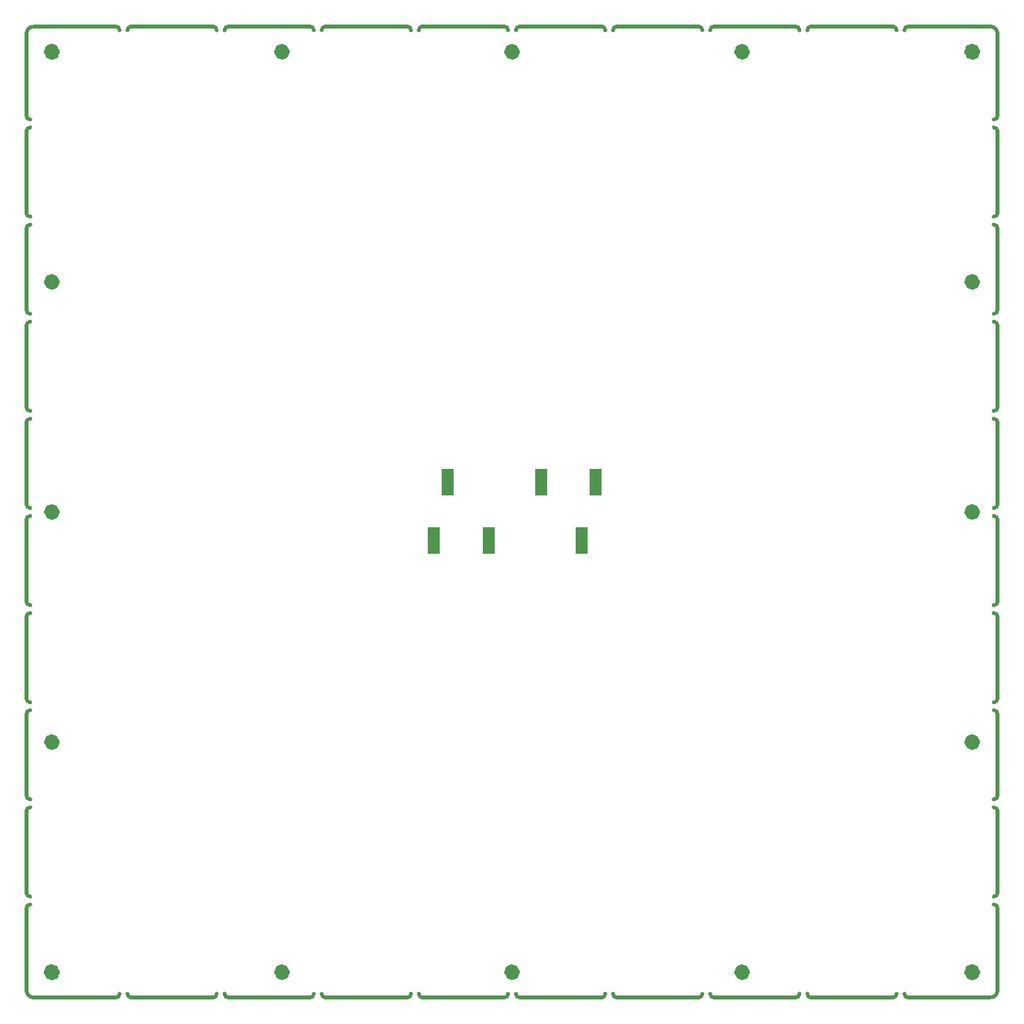
<source format=gtp>
G04 #@! TF.GenerationSoftware,KiCad,Pcbnew,6.0.1-79c1e3a40b~116~ubuntu20.04.1*
G04 #@! TF.CreationDate,2022-01-21T15:25:52-05:00*
G04 #@! TF.ProjectId,stencil,7374656e-6369-46c2-9e6b-696361645f70,rev?*
G04 #@! TF.SameCoordinates,Original*
G04 #@! TF.FileFunction,Paste,Top*
G04 #@! TF.FilePolarity,Positive*
%FSLAX46Y46*%
G04 Gerber Fmt 4.6, Leading zero omitted, Abs format (unit mm)*
G04 Created by KiCad (PCBNEW 6.0.1-79c1e3a40b~116~ubuntu20.04.1) date 2022-01-21 15:25:52*
%MOMM*%
%LPD*%
G01*
G04 APERTURE LIST*
%ADD10C,1.050000*%
%ADD11C,0.500000*%
%ADD12C,1.000000*%
%ADD13R,1.500000X3.500000*%
G04 APERTURE END LIST*
D10*
X204175003Y-35300003D02*
G75*
G03*
X204175003Y-35300003I-525000J0D01*
G01*
D11*
X83400003Y-94550003D02*
G75*
G03*
X82900003Y-95050003I1J-500001D01*
G01*
D12*
X86650003Y-94050003D02*
G75*
G03*
X86650003Y-94050003I-500000J0D01*
G01*
D11*
X94300003Y-156050003D02*
G75*
G03*
X94800003Y-155550003I-1J500001D01*
G01*
X206900003Y-82650003D02*
G75*
G03*
X206400003Y-82150003I-500001J-1D01*
G01*
X205900003Y-156050003D02*
G75*
G03*
X206900003Y-155050003I1J999999D01*
G01*
X82900003Y-80650003D02*
G75*
G03*
X83400003Y-81150003I500001J1D01*
G01*
X82900003Y-93050003D02*
G75*
G03*
X83400003Y-93550003I500001J1D01*
G01*
X206400003Y-143150003D02*
G75*
G03*
X206900003Y-142650003I-1J500001D01*
G01*
X169200003Y-32550003D02*
G75*
G03*
X168700003Y-32050003I-500001J-1D01*
G01*
X82900003Y-68250003D02*
G75*
G03*
X83400003Y-68750003I500001J1D01*
G01*
X119600003Y-32550003D02*
G75*
G03*
X119100003Y-32050003I-500001J-1D01*
G01*
X94800003Y-32550003D02*
G75*
G03*
X94300003Y-32050003I-500001J-1D01*
G01*
X206900003Y-70250003D02*
X206900003Y-80650003D01*
X83400003Y-82150003D02*
G75*
G03*
X82900003Y-82650003I1J-500001D01*
G01*
X96300003Y-156050003D02*
X106700003Y-156050003D01*
X206900003Y-119850003D02*
X206900003Y-130250003D01*
X82900003Y-132250003D02*
X82900003Y-142650003D01*
X193500003Y-156050003D02*
G75*
G03*
X194000003Y-155550003I-1J500001D01*
G01*
X132000003Y-32550003D02*
G75*
G03*
X131500003Y-32050003I-500001J-1D01*
G01*
D10*
X86675003Y-35300003D02*
G75*
G03*
X86675003Y-35300003I-525000J0D01*
G01*
D11*
X206900003Y-95050003D02*
X206900003Y-105450003D01*
X82900003Y-117850003D02*
G75*
G03*
X83400003Y-118350003I500001J1D01*
G01*
D12*
X174775003Y-35300003D02*
G75*
G03*
X174775003Y-35300003I-500000J0D01*
G01*
D11*
X195000003Y-155550003D02*
G75*
G03*
X195500003Y-156050003I500001J1D01*
G01*
X195500003Y-32050003D02*
G75*
G03*
X195000003Y-32550003I1J-500001D01*
G01*
D12*
X116025003Y-35300003D02*
G75*
G03*
X116025003Y-35300003I-500000J0D01*
G01*
D11*
X108700003Y-32050003D02*
X119100003Y-32050003D01*
X83400003Y-131750003D02*
G75*
G03*
X82900003Y-132250003I1J-500001D01*
G01*
X183100003Y-156050003D02*
X193500003Y-156050003D01*
X206400003Y-93550003D02*
G75*
G03*
X206900003Y-93050003I-1J500001D01*
G01*
X95800003Y-155550003D02*
G75*
G03*
X96300003Y-156050003I500001J1D01*
G01*
X145900003Y-32050003D02*
X156300003Y-32050003D01*
X206900003Y-119850003D02*
G75*
G03*
X206400003Y-119350003I-500001J-1D01*
G01*
X181100003Y-156050003D02*
G75*
G03*
X181600003Y-155550003I-1J500001D01*
G01*
X119100003Y-156050003D02*
G75*
G03*
X119600003Y-155550003I-1J500001D01*
G01*
X170700003Y-32050003D02*
X181100003Y-32050003D01*
X206900003Y-57850003D02*
X206900003Y-68250003D01*
D12*
X204150003Y-94050003D02*
G75*
G03*
X204150003Y-94050003I-500000J0D01*
G01*
D11*
X206400003Y-105950003D02*
G75*
G03*
X206900003Y-105450003I-1J500001D01*
G01*
X170700003Y-156050003D02*
X181100003Y-156050003D01*
X82900003Y-33050003D02*
X82900003Y-43450003D01*
X206900003Y-33050003D02*
X206900003Y-43450003D01*
D12*
X86650003Y-64675003D02*
G75*
G03*
X86650003Y-64675003I-500000J0D01*
G01*
D11*
X158300003Y-156050003D02*
X168700003Y-156050003D01*
X143900003Y-156050003D02*
G75*
G03*
X144400003Y-155550003I-1J500001D01*
G01*
X206900003Y-45450003D02*
X206900003Y-55850003D01*
X144400003Y-32550003D02*
G75*
G03*
X143900003Y-32050003I-500001J-1D01*
G01*
X206900003Y-144650003D02*
G75*
G03*
X206400003Y-144150003I-500001J-1D01*
G01*
D12*
X145400003Y-152800003D02*
G75*
G03*
X145400003Y-152800003I-500000J0D01*
G01*
D11*
X183100003Y-32050003D02*
G75*
G03*
X182600003Y-32550003I1J-500001D01*
G01*
X206400003Y-118350003D02*
G75*
G03*
X206900003Y-117850003I-1J500001D01*
G01*
X106700003Y-156050003D02*
G75*
G03*
X107200003Y-155550003I-1J500001D01*
G01*
X206400003Y-56350003D02*
G75*
G03*
X206900003Y-55850003I-1J500001D01*
G01*
X145900003Y-156050003D02*
X156300003Y-156050003D01*
X206900003Y-107450003D02*
G75*
G03*
X206400003Y-106950003I-500001J-1D01*
G01*
X206900003Y-45450003D02*
G75*
G03*
X206400003Y-44950003I-500001J-1D01*
G01*
X120600003Y-155550003D02*
G75*
G03*
X121100003Y-156050003I500001J1D01*
G01*
X83400003Y-69750003D02*
G75*
G03*
X82900003Y-70250003I1J-500001D01*
G01*
X83400003Y-57350003D02*
G75*
G03*
X82900003Y-57850003I1J-500001D01*
G01*
X158300003Y-32050003D02*
G75*
G03*
X157800003Y-32550003I1J-500001D01*
G01*
X158300003Y-32050003D02*
X168700003Y-32050003D01*
X194000003Y-32550003D02*
G75*
G03*
X193500003Y-32050003I-500001J-1D01*
G01*
X170700003Y-32050003D02*
G75*
G03*
X170200003Y-32550003I1J-500001D01*
G01*
X121100003Y-156050003D02*
X131500003Y-156050003D01*
X82900003Y-130250003D02*
G75*
G03*
X83400003Y-130750003I500001J1D01*
G01*
D12*
X174775003Y-152800003D02*
G75*
G03*
X174775003Y-152800003I-500000J0D01*
G01*
D11*
X82900003Y-119850003D02*
X82900003Y-130250003D01*
D12*
X204150003Y-64675003D02*
G75*
G03*
X204150003Y-64675003I-500000J0D01*
G01*
D11*
X82900003Y-144650003D02*
X82900003Y-155050003D01*
X82900003Y-70250003D02*
X82900003Y-80650003D01*
X83900003Y-32050003D02*
X94300003Y-32050003D01*
X96300003Y-32050003D02*
X106700003Y-32050003D01*
D12*
X145400003Y-35300003D02*
G75*
G03*
X145400003Y-35300003I-500000J0D01*
G01*
D11*
X195500003Y-156050003D02*
X205900003Y-156050003D01*
X83400003Y-119350003D02*
G75*
G03*
X82900003Y-119850003I1J-500001D01*
G01*
X206900003Y-132250003D02*
G75*
G03*
X206400003Y-131750003I-500001J-1D01*
G01*
X82900003Y-82650003D02*
X82900003Y-93050003D01*
X206900003Y-95050003D02*
G75*
G03*
X206400003Y-94550003I-500001J-1D01*
G01*
X121100003Y-32050003D02*
G75*
G03*
X120600003Y-32550003I1J-500001D01*
G01*
X206900003Y-132250003D02*
X206900003Y-142650003D01*
X131500003Y-156050003D02*
G75*
G03*
X132000003Y-155550003I-1J500001D01*
G01*
D10*
X86675003Y-152800003D02*
G75*
G03*
X86675003Y-152800003I-525000J0D01*
G01*
D11*
X83400003Y-106950003D02*
G75*
G03*
X82900003Y-107450003I1J-500001D01*
G01*
X121100003Y-32050003D02*
X131500003Y-32050003D01*
X108700003Y-32050003D02*
G75*
G03*
X108200003Y-32550003I1J-500001D01*
G01*
X82900003Y-105450003D02*
G75*
G03*
X83400003Y-105950003I500001J1D01*
G01*
X206400003Y-43950003D02*
G75*
G03*
X206900003Y-43450003I-1J500001D01*
G01*
X82900003Y-45450003D02*
X82900003Y-55850003D01*
X108700003Y-156050003D02*
X119100003Y-156050003D01*
X108200003Y-155550003D02*
G75*
G03*
X108700003Y-156050003I500001J1D01*
G01*
X82900003Y-107450003D02*
X82900003Y-117850003D01*
X82900003Y-43450003D02*
G75*
G03*
X83400003Y-43950003I500001J1D01*
G01*
X133000003Y-155550003D02*
G75*
G03*
X133500003Y-156050003I500001J1D01*
G01*
X82900003Y-57850003D02*
X82900003Y-68250003D01*
X82900003Y-155050003D02*
G75*
G03*
X83900003Y-156050003I999999J-1D01*
G01*
D12*
X116025003Y-152800003D02*
G75*
G03*
X116025003Y-152800003I-500000J0D01*
G01*
D11*
X96300003Y-32050003D02*
G75*
G03*
X95800003Y-32550003I1J-500001D01*
G01*
X145900003Y-32050003D02*
G75*
G03*
X145400003Y-32550003I1J-500001D01*
G01*
X82900003Y-142650003D02*
G75*
G03*
X83400003Y-143150003I500001J1D01*
G01*
X206900003Y-144650003D02*
X206900003Y-155050003D01*
X168700003Y-156050003D02*
G75*
G03*
X169200003Y-155550003I-1J500001D01*
G01*
X206400003Y-130750003D02*
G75*
G03*
X206900003Y-130250003I-1J500001D01*
G01*
X83400003Y-44950003D02*
G75*
G03*
X82900003Y-45450003I1J-500001D01*
G01*
X133500003Y-32050003D02*
X143900003Y-32050003D01*
X206400003Y-81150003D02*
G75*
G03*
X206900003Y-80650003I-1J500001D01*
G01*
D12*
X86650003Y-123425003D02*
G75*
G03*
X86650003Y-123425003I-500000J0D01*
G01*
D11*
X182600003Y-155550003D02*
G75*
G03*
X183100003Y-156050003I500001J1D01*
G01*
X206900003Y-70250003D02*
G75*
G03*
X206400003Y-69750003I-500001J-1D01*
G01*
X83900003Y-32050003D02*
G75*
G03*
X82900003Y-33050003I-1J-999999D01*
G01*
X206900003Y-33050003D02*
G75*
G03*
X205900003Y-32050003I-999999J1D01*
G01*
X83400003Y-144150003D02*
G75*
G03*
X82900003Y-144650003I1J-500001D01*
G01*
X82900003Y-95050003D02*
X82900003Y-105450003D01*
X195500003Y-32050003D02*
X205900003Y-32050003D01*
X133500003Y-156050003D02*
X143900003Y-156050003D01*
X83900003Y-156050003D02*
X94300003Y-156050003D01*
X156300003Y-156050003D02*
G75*
G03*
X156800003Y-155550003I-1J500001D01*
G01*
X181600003Y-32550003D02*
G75*
G03*
X181100003Y-32050003I-500001J-1D01*
G01*
X145400003Y-155550003D02*
G75*
G03*
X145900003Y-156050003I500001J1D01*
G01*
X206900003Y-107450003D02*
X206900003Y-117850003D01*
X133500003Y-32050003D02*
G75*
G03*
X133000003Y-32550003I1J-500001D01*
G01*
X183100003Y-32050003D02*
X193500003Y-32050003D01*
D10*
X204175003Y-152800003D02*
G75*
G03*
X204175003Y-152800003I-525000J0D01*
G01*
D11*
X170200003Y-155550003D02*
G75*
G03*
X170700003Y-156050003I500001J1D01*
G01*
X82900003Y-55850003D02*
G75*
G03*
X83400003Y-56350003I500001J1D01*
G01*
X156800003Y-32550003D02*
G75*
G03*
X156300003Y-32050003I-500001J-1D01*
G01*
D12*
X204150003Y-123425003D02*
G75*
G03*
X204150003Y-123425003I-500000J0D01*
G01*
D11*
X107200003Y-32550003D02*
G75*
G03*
X106700003Y-32050003I-500001J-1D01*
G01*
X157800003Y-155550003D02*
G75*
G03*
X158300003Y-156050003I500001J1D01*
G01*
X206900003Y-57850003D02*
G75*
G03*
X206400003Y-57350003I-500001J-1D01*
G01*
X206400003Y-68750003D02*
G75*
G03*
X206900003Y-68250003I-1J500001D01*
G01*
X206900003Y-82650003D02*
X206900003Y-93050003D01*
D13*
G04 #@! TO.C,U2*
X134900000Y-97700000D03*
X141900000Y-97700000D03*
X136700000Y-90200000D03*
G04 #@! TD*
G04 #@! TO.C,U1*
X155600000Y-90200000D03*
X148600000Y-90200000D03*
X153800000Y-97700000D03*
G04 #@! TD*
M02*

</source>
